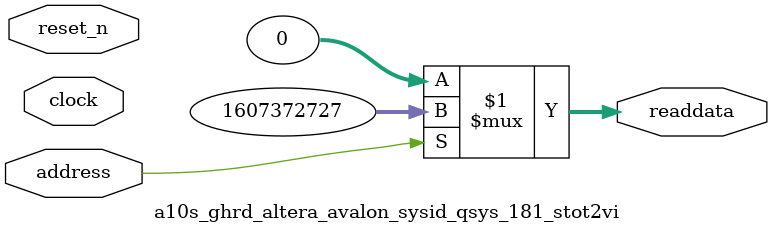
<source format=v>



// synthesis translate_off
`timescale 1ns / 1ps
// synthesis translate_on

// turn off superfluous verilog processor warnings 
// altera message_level Level1 
// altera message_off 10034 10035 10036 10037 10230 10240 10030 

module a10s_ghrd_altera_avalon_sysid_qsys_181_stot2vi (
               // inputs:
                address,
                clock,
                reset_n,

               // outputs:
                readdata
             )
;

  output  [ 31: 0] readdata;
  input            address;
  input            clock;
  input            reset_n;

  wire    [ 31: 0] readdata;
  //control_slave, which is an e_avalon_slave
  assign readdata = address ? 1607372727 : 0;

endmodule



</source>
